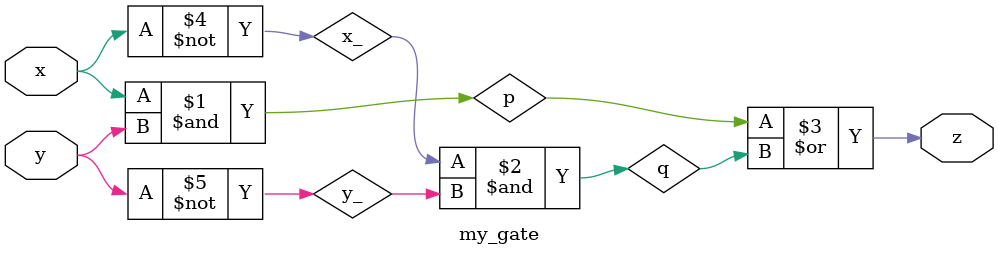
<source format=v>
module my_gate(
    input x,
    input y,
    output z
    );
	wire x_, y_, p,q;
	not(x_, x);
	not(y_, y);
	and(p, x,y);
	and(q, x_,y_);
	or(z,p,q);

endmodule

</source>
